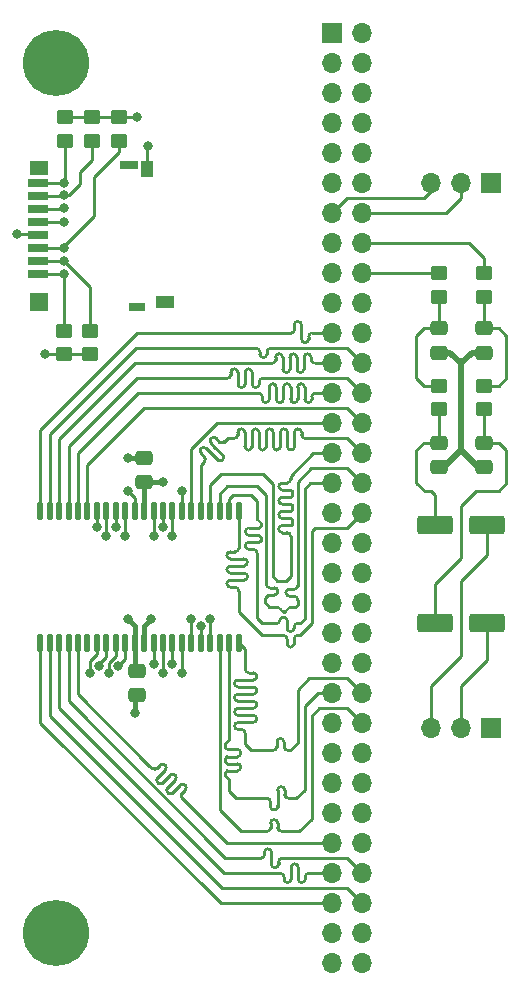
<source format=gbr>
%TF.GenerationSoftware,KiCad,Pcbnew,6.0.7*%
%TF.CreationDate,2022-09-07T07:32:47+02:00*%
%TF.ProjectId,srambrd,7372616d-6272-4642-9e6b-696361645f70,rev?*%
%TF.SameCoordinates,Original*%
%TF.FileFunction,Copper,L1,Top*%
%TF.FilePolarity,Positive*%
%FSLAX46Y46*%
G04 Gerber Fmt 4.6, Leading zero omitted, Abs format (unit mm)*
G04 Created by KiCad (PCBNEW 6.0.7) date 2022-09-07 07:32:47*
%MOMM*%
%LPD*%
G01*
G04 APERTURE LIST*
G04 Aperture macros list*
%AMRoundRect*
0 Rectangle with rounded corners*
0 $1 Rounding radius*
0 $2 $3 $4 $5 $6 $7 $8 $9 X,Y pos of 4 corners*
0 Add a 4 corners polygon primitive as box body*
4,1,4,$2,$3,$4,$5,$6,$7,$8,$9,$2,$3,0*
0 Add four circle primitives for the rounded corners*
1,1,$1+$1,$2,$3*
1,1,$1+$1,$4,$5*
1,1,$1+$1,$6,$7*
1,1,$1+$1,$8,$9*
0 Add four rect primitives between the rounded corners*
20,1,$1+$1,$2,$3,$4,$5,0*
20,1,$1+$1,$4,$5,$6,$7,0*
20,1,$1+$1,$6,$7,$8,$9,0*
20,1,$1+$1,$8,$9,$2,$3,0*%
G04 Aperture macros list end*
%TA.AperFunction,SMDPad,CuDef*%
%ADD10RoundRect,0.250000X-0.450000X0.350000X-0.450000X-0.350000X0.450000X-0.350000X0.450000X0.350000X0*%
%TD*%
%TA.AperFunction,SMDPad,CuDef*%
%ADD11RoundRect,0.250000X-1.250000X-0.550000X1.250000X-0.550000X1.250000X0.550000X-1.250000X0.550000X0*%
%TD*%
%TA.AperFunction,ComponentPad*%
%ADD12R,1.700000X1.700000*%
%TD*%
%TA.AperFunction,ComponentPad*%
%ADD13O,1.700000X1.700000*%
%TD*%
%TA.AperFunction,SMDPad,CuDef*%
%ADD14RoundRect,0.250000X0.475000X-0.337500X0.475000X0.337500X-0.475000X0.337500X-0.475000X-0.337500X0*%
%TD*%
%TA.AperFunction,ComponentPad*%
%ADD15C,5.600000*%
%TD*%
%TA.AperFunction,SMDPad,CuDef*%
%ADD16RoundRect,0.250000X0.450000X-0.350000X0.450000X0.350000X-0.450000X0.350000X-0.450000X-0.350000X0*%
%TD*%
%TA.AperFunction,SMDPad,CuDef*%
%ADD17RoundRect,0.137500X-0.137500X0.625000X-0.137500X-0.625000X0.137500X-0.625000X0.137500X0.625000X0*%
%TD*%
%TA.AperFunction,SMDPad,CuDef*%
%ADD18RoundRect,0.250000X-0.475000X0.337500X-0.475000X-0.337500X0.475000X-0.337500X0.475000X0.337500X0*%
%TD*%
%TA.AperFunction,SMDPad,CuDef*%
%ADD19R,1.750000X0.700000*%
%TD*%
%TA.AperFunction,SMDPad,CuDef*%
%ADD20R,1.000000X1.450000*%
%TD*%
%TA.AperFunction,SMDPad,CuDef*%
%ADD21R,1.550000X1.000000*%
%TD*%
%TA.AperFunction,SMDPad,CuDef*%
%ADD22R,1.400000X0.800000*%
%TD*%
%TA.AperFunction,SMDPad,CuDef*%
%ADD23R,1.500000X1.300000*%
%TD*%
%TA.AperFunction,SMDPad,CuDef*%
%ADD24R,1.500000X0.800000*%
%TD*%
%TA.AperFunction,SMDPad,CuDef*%
%ADD25R,1.500000X1.500000*%
%TD*%
%TA.AperFunction,ViaPad*%
%ADD26C,0.800000*%
%TD*%
%TA.AperFunction,Conductor*%
%ADD27C,0.250000*%
%TD*%
%TA.AperFunction,Conductor*%
%ADD28C,0.400000*%
%TD*%
%TA.AperFunction,Conductor*%
%ADD29C,0.500000*%
%TD*%
G04 APERTURE END LIST*
D10*
%TO.P,R5,1*%
%TO.N,3v3*%
X108712000Y-69358000D03*
%TO.P,R5,2*%
%TO.N,SD_DAT1*%
X108712000Y-71358000D03*
%TD*%
D11*
%TO.P,C7,1*%
%TO.N,Net-(C5-Pad1)*%
X140040000Y-112123269D03*
%TO.P,C7,2*%
%TO.N,AUDIO_L*%
X144440000Y-112123269D03*
%TD*%
D10*
%TO.P,R4,1*%
%TO.N,3v3*%
X110998000Y-69358000D03*
%TO.P,R4,2*%
%TO.N,SD_DAT0*%
X110998000Y-71358000D03*
%TD*%
D12*
%TO.P,J3,1,Pin_1*%
%TO.N,GND*%
X144780000Y-74930000D03*
D13*
%TO.P,J3,2,Pin_2*%
%TO.N,RX*%
X142240000Y-74930000D03*
%TO.P,J3,3,Pin_3*%
%TO.N,TX*%
X139700000Y-74930000D03*
%TD*%
D14*
%TO.P,C4,1*%
%TO.N,Net-(C3-Pad2)*%
X140335000Y-89263269D03*
%TO.P,C4,2*%
%TO.N,Net-(C4-Pad2)*%
X140335000Y-87188269D03*
%TD*%
D15*
%TO.P,H1,1*%
%TO.N,N/C*%
X107950000Y-64770000D03*
%TD*%
D10*
%TO.P,R6,1*%
%TO.N,PWM_L*%
X144145000Y-82548269D03*
%TO.P,R6,2*%
%TO.N,Net-(C3-Pad1)*%
X144145000Y-84548269D03*
%TD*%
D12*
%TO.P,J4,1,Pin_1*%
%TO.N,GND*%
X144780000Y-121013269D03*
D13*
%TO.P,J4,2,Pin_2*%
%TO.N,AUDIO_L*%
X142240000Y-121013269D03*
%TO.P,J4,3,Pin_3*%
%TO.N,AUDIO_R*%
X139700000Y-121013269D03*
%TD*%
D10*
%TO.P,R9,1*%
%TO.N,Net-(C4-Pad2)*%
X140335000Y-92073269D03*
%TO.P,R9,2*%
%TO.N,Net-(C6-Pad2)*%
X140335000Y-94073269D03*
%TD*%
D16*
%TO.P,R1,1*%
%TO.N,3v3*%
X108600000Y-89400000D03*
%TO.P,R1,2*%
%TO.N,SD_DAT2*%
X108600000Y-87400000D03*
%TD*%
D14*
%TO.P,C2,1*%
%TO.N,3v3*%
X115400000Y-100237500D03*
%TO.P,C2,2*%
%TO.N,GND*%
X115400000Y-98162500D03*
%TD*%
D17*
%TO.P,U1,1,A0*%
%TO.N,A0*%
X123400000Y-102662500D03*
%TO.P,U1,2,A1*%
%TO.N,A1*%
X122600000Y-102662500D03*
%TO.P,U1,3,A2*%
%TO.N,A2*%
X121800000Y-102662500D03*
%TO.P,U1,4,A3*%
%TO.N,A3*%
X121000000Y-102662500D03*
%TO.P,U1,5,A4*%
%TO.N,A4*%
X120200000Y-102662500D03*
%TO.P,U1,6,~CE~*%
%TO.N,CE_N*%
X119400000Y-102662500D03*
%TO.P,U1,7,I/O0*%
%TO.N,D0*%
X118600000Y-102662500D03*
%TO.P,U1,8,I/O1*%
%TO.N,D1*%
X117800000Y-102662500D03*
%TO.P,U1,9,I/O2*%
%TO.N,D2*%
X117000000Y-102662500D03*
%TO.P,U1,10,I/O3*%
%TO.N,D3*%
X116200000Y-102662500D03*
%TO.P,U1,11,VDD*%
%TO.N,3v3*%
X115400000Y-102662500D03*
%TO.P,U1,12,GND*%
%TO.N,GND*%
X114600000Y-102662500D03*
%TO.P,U1,13,I/O4*%
%TO.N,D4*%
X113800000Y-102662500D03*
%TO.P,U1,14,I/O5*%
%TO.N,D5*%
X113000000Y-102662500D03*
%TO.P,U1,15,I/O6*%
%TO.N,D6*%
X112200000Y-102662500D03*
%TO.P,U1,16,I/O7*%
%TO.N,D7*%
X111400000Y-102662500D03*
%TO.P,U1,17,~WE~*%
%TO.N,WE_N*%
X110600000Y-102662500D03*
%TO.P,U1,18,A5*%
%TO.N,A5*%
X109800000Y-102662500D03*
%TO.P,U1,19,A6*%
%TO.N,A6*%
X109000000Y-102662500D03*
%TO.P,U1,20,A7*%
%TO.N,A7*%
X108200000Y-102662500D03*
%TO.P,U1,21,A8*%
%TO.N,A8*%
X107400000Y-102662500D03*
%TO.P,U1,22,A9*%
%TO.N,A9*%
X106600000Y-102662500D03*
%TO.P,U1,23,A10*%
%TO.N,A10*%
X106600000Y-113837500D03*
%TO.P,U1,24,A11*%
%TO.N,A11*%
X107400000Y-113837500D03*
%TO.P,U1,25,A12*%
%TO.N,A12*%
X108200000Y-113837500D03*
%TO.P,U1,26,A13*%
%TO.N,A13*%
X109000000Y-113837500D03*
%TO.P,U1,27,A14*%
%TO.N,A14*%
X109800000Y-113837500D03*
%TO.P,U1,28*%
%TO.N,N/C*%
X110600000Y-113837500D03*
%TO.P,U1,29,I/O8*%
%TO.N,D8*%
X111400000Y-113837500D03*
%TO.P,U1,30,I/O9*%
%TO.N,D9*%
X112200000Y-113837500D03*
%TO.P,U1,31,I/O10*%
%TO.N,D10*%
X113000000Y-113837500D03*
%TO.P,U1,32,I/O11*%
%TO.N,D11*%
X113800000Y-113837500D03*
%TO.P,U1,33,VDD*%
%TO.N,3v3*%
X114600000Y-113837500D03*
%TO.P,U1,34,GND*%
%TO.N,GND*%
X115400000Y-113837500D03*
%TO.P,U1,35,I/O12*%
%TO.N,D12*%
X116200000Y-113837500D03*
%TO.P,U1,36,I/O13*%
%TO.N,D13*%
X117000000Y-113837500D03*
%TO.P,U1,37,I/O14*%
%TO.N,D14*%
X117800000Y-113837500D03*
%TO.P,U1,38,I/O15*%
%TO.N,D15*%
X118600000Y-113837500D03*
%TO.P,U1,39,~LB~*%
%TO.N,LB_N*%
X119400000Y-113837500D03*
%TO.P,U1,40,~UB~*%
%TO.N,UB_N*%
X120200000Y-113837500D03*
%TO.P,U1,41,~OE~*%
%TO.N,OE_N*%
X121000000Y-113837500D03*
%TO.P,U1,42,A15*%
%TO.N,A15*%
X121800000Y-113837500D03*
%TO.P,U1,43,A16*%
%TO.N,A16*%
X122600000Y-113837500D03*
%TO.P,U1,44,A17*%
%TO.N,A17*%
X123400000Y-113837500D03*
%TD*%
D10*
%TO.P,R3,1*%
%TO.N,3v3*%
X113284000Y-69358000D03*
%TO.P,R3,2*%
%TO.N,SD_CMD*%
X113284000Y-71358000D03*
%TD*%
D18*
%TO.P,C1,1*%
%TO.N,3v3*%
X114800000Y-116183500D03*
%TO.P,C1,2*%
%TO.N,GND*%
X114800000Y-118258500D03*
%TD*%
D11*
%TO.P,C8,1*%
%TO.N,Net-(C6-Pad2)*%
X140040000Y-103868269D03*
%TO.P,C8,2*%
%TO.N,AUDIO_R*%
X144440000Y-103868269D03*
%TD*%
D14*
%TO.P,C6,1*%
%TO.N,Net-(C3-Pad2)*%
X140335000Y-98958269D03*
%TO.P,C6,2*%
%TO.N,Net-(C6-Pad2)*%
X140335000Y-96883269D03*
%TD*%
D18*
%TO.P,C5,1*%
%TO.N,Net-(C5-Pad1)*%
X144145000Y-96883269D03*
%TO.P,C5,2*%
%TO.N,Net-(C3-Pad2)*%
X144145000Y-98958269D03*
%TD*%
D10*
%TO.P,R7,1*%
%TO.N,PWM_R*%
X140335000Y-82548269D03*
%TO.P,R7,2*%
%TO.N,Net-(C4-Pad2)*%
X140335000Y-84548269D03*
%TD*%
D15*
%TO.P,H2,1*%
%TO.N,N/C*%
X107950000Y-138430000D03*
%TD*%
D18*
%TO.P,C3,1*%
%TO.N,Net-(C3-Pad1)*%
X144145000Y-87188269D03*
%TO.P,C3,2*%
%TO.N,Net-(C3-Pad2)*%
X144145000Y-89263269D03*
%TD*%
D10*
%TO.P,R8,1*%
%TO.N,Net-(C3-Pad1)*%
X144145000Y-92073269D03*
%TO.P,R8,2*%
%TO.N,Net-(C5-Pad1)*%
X144145000Y-94073269D03*
%TD*%
D16*
%TO.P,R2,1*%
%TO.N,3v3*%
X110800000Y-89400000D03*
%TO.P,R2,2*%
%TO.N,SD_DAT3*%
X110800000Y-87400000D03*
%TD*%
D19*
%TO.P,J2,1,DAT2*%
%TO.N,SD_DAT2*%
X106410000Y-82575000D03*
%TO.P,J2,2,DAT3/CD*%
%TO.N,SD_DAT3*%
X106410000Y-81475000D03*
%TO.P,J2,3,CMD*%
%TO.N,SD_CMD*%
X106410000Y-80375000D03*
%TO.P,J2,4,VDD*%
%TO.N,3v3*%
X106410000Y-79275000D03*
%TO.P,J2,5,CLK*%
%TO.N,SD_CLK*%
X106410000Y-78175000D03*
%TO.P,J2,6,VSS*%
%TO.N,GND*%
X106410000Y-77075000D03*
%TO.P,J2,7,DAT0*%
%TO.N,SD_DAT0*%
X106410000Y-75975000D03*
%TO.P,J2,8,DAT1*%
%TO.N,SD_DAT1*%
X106410000Y-74875000D03*
D20*
%TO.P,J2,9,SHIELD*%
%TO.N,GND*%
X115635000Y-73750000D03*
D21*
%TO.P,J2,10*%
%TO.N,N/C*%
X117210000Y-84975000D03*
D22*
%TO.P,J2,11*%
X114785000Y-85375000D03*
D23*
X106535000Y-73675000D03*
D24*
X114135000Y-73425000D03*
D25*
X106535000Y-85025000D03*
%TD*%
D12*
%TO.P,J1,1,Pin_1*%
%TO.N,GND*%
X131298000Y-62225000D03*
D13*
%TO.P,J1,2,Pin_2*%
X133838000Y-62225000D03*
%TO.P,J1,3,Pin_3*%
%TO.N,3v3*%
X131298000Y-64765000D03*
%TO.P,J1,4,Pin_4*%
X133838000Y-64765000D03*
%TO.P,J1,5,Pin_5*%
%TO.N,GND*%
X131298000Y-67305000D03*
%TO.P,J1,6,Pin_6*%
X133838000Y-67305000D03*
%TO.P,J1,7,Pin_7*%
%TO.N,SD_DAT1*%
X131298000Y-69845000D03*
%TO.P,J1,8,Pin_8*%
%TO.N,SD_DAT0*%
X133838000Y-69845000D03*
%TO.P,J1,9,Pin_9*%
%TO.N,SD_CLK*%
X131298000Y-72385000D03*
%TO.P,J1,10,Pin_10*%
%TO.N,SD_CMD*%
X133838000Y-72385000D03*
%TO.P,J1,11,Pin_11*%
%TO.N,SD_DAT3*%
X131298000Y-74925000D03*
%TO.P,J1,12,Pin_12*%
%TO.N,SD_DAT2*%
X133838000Y-74925000D03*
%TO.P,J1,13,Pin_13*%
%TO.N,TX*%
X131298000Y-77465000D03*
%TO.P,J1,14,Pin_14*%
%TO.N,RX*%
X133838000Y-77465000D03*
%TO.P,J1,15,Pin_15*%
%TO.N,unconnected-(J1-Pad15)*%
X131298000Y-80005000D03*
%TO.P,J1,16,Pin_16*%
%TO.N,PWM_L*%
X133838000Y-80005000D03*
%TO.P,J1,17,Pin_17*%
%TO.N,unconnected-(J1-Pad17)*%
X131298000Y-82545000D03*
%TO.P,J1,18,Pin_18*%
%TO.N,PWM_R*%
X133838000Y-82545000D03*
%TO.P,J1,19,Pin_19*%
%TO.N,unconnected-(J1-Pad19)*%
X131298000Y-85085000D03*
%TO.P,J1,20,Pin_20*%
%TO.N,unconnected-(J1-Pad20)*%
X133838000Y-85085000D03*
%TO.P,J1,21,Pin_21*%
%TO.N,A9*%
X131298000Y-87625000D03*
%TO.P,J1,22,Pin_22*%
%TO.N,unconnected-(J1-Pad22)*%
X133838000Y-87625000D03*
%TO.P,J1,23,Pin_23*%
%TO.N,A7*%
X131298000Y-90165000D03*
%TO.P,J1,24,Pin_24*%
%TO.N,A8*%
X133838000Y-90165000D03*
%TO.P,J1,25,Pin_25*%
%TO.N,A5*%
X131298000Y-92705000D03*
%TO.P,J1,26,Pin_26*%
%TO.N,A6*%
X133838000Y-92705000D03*
%TO.P,J1,27,Pin_27*%
%TO.N,CE_N*%
X131298000Y-95245000D03*
%TO.P,J1,28,Pin_28*%
%TO.N,WE_N*%
X133838000Y-95245000D03*
%TO.P,J1,29,Pin_29*%
%TO.N,A3*%
X131298000Y-97785000D03*
%TO.P,J1,30,Pin_30*%
%TO.N,A4*%
X133838000Y-97785000D03*
%TO.P,J1,31,Pin_31*%
%TO.N,A1*%
X131298000Y-100325000D03*
%TO.P,J1,32,Pin_32*%
%TO.N,A2*%
X133838000Y-100325000D03*
%TO.P,J1,33,Pin_33*%
%TO.N,D0*%
X131298000Y-102865000D03*
%TO.P,J1,34,Pin_34*%
%TO.N,A0*%
X133838000Y-102865000D03*
%TO.P,J1,35,Pin_35*%
%TO.N,D2*%
X131298000Y-105405000D03*
%TO.P,J1,36,Pin_36*%
%TO.N,D1*%
X133838000Y-105405000D03*
%TO.P,J1,37,Pin_37*%
%TO.N,D4*%
X131298000Y-107945000D03*
%TO.P,J1,38,Pin_38*%
%TO.N,D3*%
X133838000Y-107945000D03*
%TO.P,J1,39,Pin_39*%
%TO.N,D6*%
X131298000Y-110485000D03*
%TO.P,J1,40,Pin_40*%
%TO.N,D5*%
X133838000Y-110485000D03*
%TO.P,J1,41,Pin_41*%
%TO.N,LB_N*%
X131298000Y-113025000D03*
%TO.P,J1,42,Pin_42*%
%TO.N,D7*%
X133838000Y-113025000D03*
%TO.P,J1,43,Pin_43*%
%TO.N,OE_N*%
X131298000Y-115565000D03*
%TO.P,J1,44,Pin_44*%
%TO.N,UB_N*%
X133838000Y-115565000D03*
%TO.P,J1,45,Pin_45*%
%TO.N,A16*%
X131298000Y-118105000D03*
%TO.P,J1,46,Pin_46*%
%TO.N,A17*%
X133838000Y-118105000D03*
%TO.P,J1,47,Pin_47*%
%TO.N,D15*%
X131298000Y-120645000D03*
%TO.P,J1,48,Pin_48*%
%TO.N,A15*%
X133838000Y-120645000D03*
%TO.P,J1,49,Pin_49*%
%TO.N,D13*%
X131298000Y-123185000D03*
%TO.P,J1,50,Pin_50*%
%TO.N,D14*%
X133838000Y-123185000D03*
%TO.P,J1,51,Pin_51*%
%TO.N,D11*%
X131298000Y-125725000D03*
%TO.P,J1,52,Pin_52*%
%TO.N,D12*%
X133838000Y-125725000D03*
%TO.P,J1,53,Pin_53*%
%TO.N,D9*%
X131298000Y-128265000D03*
%TO.P,J1,54,Pin_54*%
%TO.N,D10*%
X133838000Y-128265000D03*
%TO.P,J1,55,Pin_55*%
%TO.N,A14*%
X131298000Y-130805000D03*
%TO.P,J1,56,Pin_56*%
%TO.N,D8*%
X133838000Y-130805000D03*
%TO.P,J1,57,Pin_57*%
%TO.N,A12*%
X131298000Y-133345000D03*
%TO.P,J1,58,Pin_58*%
%TO.N,A13*%
X133838000Y-133345000D03*
%TO.P,J1,59,Pin_59*%
%TO.N,A10*%
X131298000Y-135885000D03*
%TO.P,J1,60,Pin_60*%
%TO.N,A11*%
X133838000Y-135885000D03*
%TO.P,J1,61,Pin_61*%
%TO.N,GND*%
X131298000Y-138425000D03*
%TO.P,J1,62,Pin_62*%
X133838000Y-138425000D03*
%TO.P,J1,63,Pin_63*%
%TO.N,unconnected-(J1-Pad63)*%
X131298000Y-140965000D03*
%TO.P,J1,64,Pin_64*%
%TO.N,unconnected-(J1-Pad64)*%
X133838000Y-140965000D03*
%TD*%
D26*
%TO.N,GND*%
X114000000Y-101000000D03*
X115697000Y-71800000D03*
X114600000Y-119800000D03*
X108600000Y-77000000D03*
X114000000Y-98171000D03*
X116000000Y-111800000D03*
%TO.N,3v3*%
X114000000Y-111800000D03*
X117000000Y-100200000D03*
X107000000Y-89400000D03*
X104648000Y-79248000D03*
X114800000Y-69342000D03*
%TO.N,D0*%
X118600000Y-101000000D03*
%TO.N,D1*%
X117800000Y-104800000D03*
%TO.N,D2*%
X117000000Y-104000000D03*
%TO.N,D3*%
X116200000Y-104800000D03*
%TO.N,D4*%
X113800000Y-104800000D03*
%TO.N,D5*%
X113000000Y-104000000D03*
%TO.N,D6*%
X112200000Y-104800000D03*
%TO.N,D7*%
X111400000Y-104000000D03*
%TO.N,D8*%
X110800000Y-116400000D03*
%TO.N,D9*%
X111600000Y-115800000D03*
%TO.N,D10*%
X112400000Y-116400000D03*
%TO.N,D11*%
X113200000Y-115800000D03*
%TO.N,D12*%
X116200000Y-115600000D03*
%TO.N,D13*%
X117000000Y-116400000D03*
%TO.N,D14*%
X117800000Y-115600000D03*
%TO.N,D15*%
X118600000Y-116400000D03*
%TO.N,OE_N*%
X121000000Y-111800000D03*
%TO.N,UB_N*%
X120200000Y-112400000D03*
%TO.N,LB_N*%
X119400000Y-111800000D03*
%TO.N,SD_DAT3*%
X108600000Y-81475000D03*
%TO.N,SD_CMD*%
X108600000Y-80400000D03*
%TO.N,SD_CLK*%
X108600000Y-78200000D03*
%TO.N,SD_DAT0*%
X108600000Y-75946000D03*
%TO.N,SD_DAT1*%
X108600000Y-74930000D03*
%TO.N,SD_DAT2*%
X108600000Y-82600000D03*
%TD*%
D27*
%TO.N,A2*%
X128400000Y-109000000D02*
X128400000Y-100200000D01*
X121800000Y-101212000D02*
X122428000Y-100584000D01*
X127700000Y-109300000D02*
X128100000Y-109300000D01*
X128100000Y-109900000D02*
X127700000Y-109900000D01*
X127750000Y-110800000D02*
X128200000Y-110800000D01*
X128400000Y-110600000D02*
X128400000Y-110200000D01*
X127150000Y-111200000D02*
X127350000Y-111200000D01*
X125619508Y-110080492D02*
X125619508Y-110419508D01*
X126430000Y-109780000D02*
X125920000Y-109780000D01*
X124968000Y-100584000D02*
X125730000Y-101346000D01*
X122428000Y-100584000D02*
X124968000Y-100584000D01*
X126030000Y-109180000D02*
X126430000Y-109180000D01*
X126430000Y-109780000D02*
G75*
G03*
X126730000Y-109480000I0J300000D01*
G01*
X125730000Y-101346000D02*
X125730000Y-108880000D01*
X128200000Y-110800000D02*
X128400000Y-110600000D01*
X128400000Y-109000000D02*
G75*
G02*
X128100000Y-109300000I-300000J0D01*
G01*
X126730000Y-109480000D02*
G75*
G03*
X126430000Y-109180000I-300000J0D01*
G01*
X127750000Y-110800000D02*
G75*
G03*
X127550000Y-111000000I0J-200000D01*
G01*
X127550000Y-111000000D02*
G75*
G02*
X127350000Y-111200000I-200000J0D01*
G01*
X127150000Y-111200000D02*
G75*
G02*
X126950000Y-111000000I0J200000D01*
G01*
X126000000Y-110800000D02*
X126750000Y-110800000D01*
X125920000Y-109780000D02*
X125619508Y-110080492D01*
X126950000Y-111000000D02*
G75*
G03*
X126750000Y-110800000I-200000J0D01*
G01*
X128100000Y-109900000D02*
G75*
G02*
X128400000Y-110200000I0J-300000D01*
G01*
X127400000Y-109600000D02*
G75*
G03*
X127700000Y-109900000I300000J0D01*
G01*
X125619508Y-110419508D02*
X126000000Y-110800000D01*
X127700000Y-109300000D02*
G75*
G03*
X127400000Y-109600000I0J-300000D01*
G01*
X126030000Y-109180000D02*
G75*
G02*
X125730000Y-108880000I0J300000D01*
G01*
X121800000Y-102662500D02*
X121800000Y-101212000D01*
X128400000Y-100200000D02*
X129540000Y-99060000D01*
X129540000Y-99060000D02*
X132573000Y-99060000D01*
X132573000Y-99060000D02*
X133838000Y-100325000D01*
%TO.N,A3*%
X127875000Y-103900000D02*
X127100000Y-103900000D01*
X127875000Y-103900000D02*
G75*
G03*
X127950000Y-103825000I0J75000D01*
G01*
X127875000Y-102700000D02*
X127100000Y-102700000D01*
X127100000Y-103300000D02*
X127875000Y-103300000D01*
X121000000Y-100488000D02*
X121000000Y-102662500D01*
X127950000Y-102175000D02*
X127950000Y-102625000D01*
X127800000Y-108200000D02*
X127400000Y-108600000D01*
X127100000Y-102100000D02*
X127875000Y-102100000D01*
X127875000Y-101500000D02*
X127100000Y-101500000D01*
X127500000Y-100300000D02*
X127100000Y-100300000D01*
X127800000Y-99685000D02*
X127800000Y-100000000D01*
X127950000Y-103375000D02*
X127950000Y-103825000D01*
X127100000Y-100900000D02*
X127875000Y-100900000D01*
X129700000Y-97785000D02*
X127800000Y-99685000D01*
X131298000Y-97785000D02*
X129700000Y-97785000D01*
X127100000Y-104500000D02*
G75*
G02*
X126800000Y-104200000I0J300000D01*
G01*
X127100000Y-102100000D02*
G75*
G02*
X126800000Y-101800000I0J300000D01*
G01*
X127875000Y-102700000D02*
G75*
G03*
X127950000Y-102625000I0J75000D01*
G01*
X127950000Y-100975000D02*
X127950000Y-101425000D01*
X127800000Y-104800000D02*
G75*
G03*
X127500000Y-104500000I-300000J0D01*
G01*
X127950000Y-100975000D02*
G75*
G03*
X127875000Y-100900000I-75000J0D01*
G01*
X127500000Y-100300000D02*
G75*
G03*
X127800000Y-100000000I0J300000D01*
G01*
X127875000Y-101500000D02*
G75*
G03*
X127950000Y-101425000I0J75000D01*
G01*
X127950000Y-102175000D02*
G75*
G03*
X127875000Y-102100000I-75000J0D01*
G01*
X126800000Y-103000000D02*
G75*
G02*
X127100000Y-102700000I300000J0D01*
G01*
X126300000Y-100392000D02*
X125476000Y-99568000D01*
X121920000Y-99568000D02*
X121000000Y-100488000D01*
X126800000Y-100600000D02*
G75*
G02*
X127100000Y-100300000I300000J0D01*
G01*
X127100000Y-100900000D02*
G75*
G02*
X126800000Y-100600000I0J300000D01*
G01*
X127100000Y-103300000D02*
G75*
G02*
X126800000Y-103000000I0J300000D01*
G01*
X126800000Y-104200000D02*
G75*
G02*
X127100000Y-103900000I300000J0D01*
G01*
X126800000Y-101800000D02*
G75*
G02*
X127100000Y-101500000I300000J0D01*
G01*
X127950000Y-103375000D02*
G75*
G03*
X127875000Y-103300000I-75000J0D01*
G01*
X127100000Y-104500000D02*
X127500000Y-104500000D01*
X127800000Y-104800000D02*
X127800000Y-108200000D01*
X127400000Y-108600000D02*
X126692000Y-108600000D01*
X126692000Y-108600000D02*
X126300000Y-108208000D01*
X126300000Y-108208000D02*
X126300000Y-100392000D01*
X125476000Y-99568000D02*
X121920000Y-99568000D01*
%TO.N,GND*%
X114800000Y-118258500D02*
X114600000Y-118458500D01*
X108600000Y-77000000D02*
X108525000Y-77075000D01*
D28*
X115400000Y-113837500D02*
X115400000Y-112400000D01*
D27*
X114600000Y-102662500D02*
X114600000Y-101600000D01*
D28*
X114600000Y-118458500D02*
X114600000Y-119800000D01*
D27*
X108525000Y-77075000D02*
X106410000Y-77075000D01*
X115697000Y-71800000D02*
X115635000Y-71862000D01*
X115391500Y-98171000D02*
X115400000Y-98162500D01*
D28*
X114000000Y-98171000D02*
X115391500Y-98171000D01*
X115400000Y-112400000D02*
X116000000Y-111800000D01*
D27*
X115635000Y-71862000D02*
X115635000Y-73750000D01*
X114600000Y-101600000D02*
X114000000Y-101000000D01*
%TO.N,3v3*%
X108600000Y-89400000D02*
X110800000Y-89400000D01*
X113284000Y-69358000D02*
X110998000Y-69358000D01*
X114800000Y-116183500D02*
X114600000Y-115983500D01*
X113300000Y-69342000D02*
X113284000Y-69358000D01*
X107000000Y-89400000D02*
X108600000Y-89400000D01*
D28*
X114600000Y-113837500D02*
X114600000Y-112400000D01*
D27*
X115437500Y-100200000D02*
X115400000Y-100237500D01*
D28*
X115400000Y-102662500D02*
X115400000Y-100237500D01*
D27*
X110998000Y-69358000D02*
X108712000Y-69358000D01*
X106410000Y-79275000D02*
X106383000Y-79248000D01*
D28*
X117000000Y-100200000D02*
X115437500Y-100200000D01*
D27*
X106383000Y-79248000D02*
X104648000Y-79248000D01*
D28*
X114600000Y-112400000D02*
X114000000Y-111800000D01*
D27*
X114800000Y-69342000D02*
X113300000Y-69342000D01*
D28*
X114600000Y-115983500D02*
X114600000Y-113837500D01*
D27*
%TO.N,A0*%
X128100000Y-113500000D02*
X128100000Y-113900000D01*
X122700000Y-107330000D02*
X123850000Y-107330000D01*
X129600000Y-104400000D02*
X129600000Y-112200000D01*
X128600000Y-113200000D02*
X128400000Y-113200000D01*
X129860000Y-104140000D02*
X129600000Y-104400000D01*
X123850000Y-107930000D02*
X122700000Y-107930000D01*
X129600000Y-112200000D02*
X128600000Y-113200000D01*
X133838000Y-102865000D02*
X132563000Y-104140000D01*
X132563000Y-104140000D02*
X129860000Y-104140000D01*
X125392000Y-113200000D02*
X123400000Y-111208000D01*
X122700000Y-108530000D02*
X123850000Y-108530000D01*
X127500000Y-113900000D02*
X127500000Y-113500000D01*
X123100000Y-109130000D02*
X122700000Y-109130000D01*
X122700000Y-106130000D02*
X123100000Y-106130000D01*
X123400000Y-111208000D02*
X123400000Y-109430000D01*
X127200000Y-113200000D02*
X127150000Y-113200000D01*
X127150000Y-113200000D02*
X125392000Y-113200000D01*
X123850000Y-106730000D02*
X122700000Y-106730000D01*
X123400000Y-105830000D02*
X123400000Y-102662500D01*
X124150000Y-107030000D02*
G75*
G02*
X123850000Y-107330000I-300000J0D01*
G01*
X123850000Y-106730000D02*
G75*
G02*
X124150000Y-107030000I0J-300000D01*
G01*
X123400000Y-105830000D02*
G75*
G02*
X123100000Y-106130000I-300000J0D01*
G01*
X122400000Y-106430000D02*
G75*
G03*
X122700000Y-106730000I300000J0D01*
G01*
X128100000Y-113500000D02*
G75*
G02*
X128400000Y-113200000I300000J0D01*
G01*
X127800000Y-114200000D02*
G75*
G03*
X128100000Y-113900000I0J300000D01*
G01*
X123850000Y-107930000D02*
G75*
G02*
X124150000Y-108230000I0J-300000D01*
G01*
X124150000Y-108230000D02*
G75*
G02*
X123850000Y-108530000I-300000J0D01*
G01*
X122700000Y-107330000D02*
G75*
G03*
X122400000Y-107630000I0J-300000D01*
G01*
X122700000Y-106130000D02*
G75*
G03*
X122400000Y-106430000I0J-300000D01*
G01*
X127500000Y-113900000D02*
G75*
G03*
X127800000Y-114200000I300000J0D01*
G01*
X123100000Y-109130000D02*
G75*
G02*
X123400000Y-109430000I0J-300000D01*
G01*
X122400000Y-108830000D02*
G75*
G03*
X122700000Y-109130000I300000J0D01*
G01*
X122700000Y-108530000D02*
G75*
G03*
X122400000Y-108830000I0J-300000D01*
G01*
X122400000Y-107630000D02*
G75*
G03*
X122700000Y-107930000I300000J0D01*
G01*
X127200000Y-113200000D02*
G75*
G02*
X127500000Y-113500000I0J-300000D01*
G01*
%TO.N,A1*%
X124268000Y-104128000D02*
X125118000Y-104128000D01*
X122600000Y-101682000D02*
X122600000Y-102662500D01*
X129000000Y-100800000D02*
X129000000Y-111800000D01*
X129000000Y-111800000D02*
X128600000Y-112200000D01*
X125268000Y-103978000D02*
X125268000Y-103678000D01*
X124268000Y-105328000D02*
X125118000Y-105328000D01*
X127225000Y-111650000D02*
X127175000Y-111650000D01*
X124968000Y-101854000D02*
X124460000Y-101346000D01*
X129475000Y-100325000D02*
X129000000Y-100800000D01*
X125118000Y-104728000D02*
X124268000Y-104728000D01*
X124460000Y-101346000D02*
X122936000Y-101346000D01*
X128100000Y-112500000D02*
X128100000Y-112600000D01*
X125400000Y-112200000D02*
X124968000Y-111768000D01*
X124968000Y-111768000D02*
X124968000Y-106228000D01*
X124668000Y-105928000D02*
X124268000Y-105928000D01*
X131298000Y-100325000D02*
X129475000Y-100325000D01*
X124968000Y-103378000D02*
X124968000Y-101854000D01*
X127500000Y-112500000D02*
X127500000Y-111925000D01*
X127500000Y-112600000D02*
X127500000Y-112500000D01*
X125268000Y-105178000D02*
X125268000Y-104878000D01*
X128600000Y-112200000D02*
X128400000Y-112200000D01*
X126625000Y-112200000D02*
X126420893Y-112200000D01*
X126420893Y-112200000D02*
X125400000Y-112200000D01*
X122936000Y-101346000D02*
X122600000Y-101682000D01*
X127500000Y-112600000D02*
G75*
G03*
X127800000Y-112900000I300000J0D01*
G01*
X125268000Y-103978000D02*
G75*
G02*
X125118000Y-104128000I-150000J0D01*
G01*
X126625000Y-112200000D02*
G75*
G03*
X126900000Y-111925000I0J275000D01*
G01*
X125118000Y-104728000D02*
G75*
G02*
X125268000Y-104878000I0J-150000D01*
G01*
X127225000Y-111650000D02*
G75*
G02*
X127500000Y-111925000I0J-275000D01*
G01*
X123968000Y-104428000D02*
G75*
G03*
X124268000Y-104728000I300000J0D01*
G01*
X125268000Y-105178000D02*
G75*
G02*
X125118000Y-105328000I-150000J0D01*
G01*
X124268000Y-104128000D02*
G75*
G03*
X123968000Y-104428000I0J-300000D01*
G01*
X124268000Y-105328000D02*
G75*
G03*
X123968000Y-105628000I0J-300000D01*
G01*
X123968000Y-105628000D02*
G75*
G03*
X124268000Y-105928000I300000J0D01*
G01*
X125118000Y-103528000D02*
G75*
G02*
X125268000Y-103678000I0J-150000D01*
G01*
X128100000Y-112500000D02*
G75*
G02*
X128400000Y-112200000I300000J0D01*
G01*
X124668000Y-105928000D02*
G75*
G02*
X124968000Y-106228000I0J-300000D01*
G01*
X124968000Y-103378000D02*
G75*
G03*
X125118000Y-103528000I150000J0D01*
G01*
X126900000Y-111925000D02*
G75*
G02*
X127175000Y-111650000I275000J0D01*
G01*
X127800000Y-112900000D02*
G75*
G03*
X128100000Y-112600000I0J300000D01*
G01*
%TO.N,A4*%
X126932000Y-96020000D02*
X126932000Y-97220000D01*
X121775734Y-96800000D02*
X121775735Y-96800000D01*
X121068628Y-96941421D02*
X121351470Y-97224263D01*
X126332000Y-97220000D02*
X126332000Y-96020000D01*
X121139340Y-97860662D02*
X120644364Y-97365686D01*
X127532000Y-97220000D02*
X127532000Y-96020000D01*
X125132000Y-97220000D02*
X125132000Y-96020000D01*
X121634314Y-98355636D02*
X121139340Y-97860662D01*
X132573000Y-96520000D02*
X129032000Y-96520000D01*
X120200000Y-98800000D02*
X120200000Y-102662500D01*
X125732000Y-96020000D02*
X125732000Y-97220000D01*
X121775735Y-96800000D02*
X121492892Y-96517157D01*
X123032000Y-96520000D02*
X122480000Y-96520000D01*
X121351470Y-97224263D02*
X122058578Y-97931372D01*
X120502942Y-98497056D02*
X120221285Y-98778715D01*
X123332000Y-96020000D02*
X123332000Y-96220000D01*
X128132000Y-96020000D02*
X128132000Y-97220000D01*
X128732000Y-96220000D02*
X128732000Y-96020000D01*
X120220100Y-97789950D02*
X120502942Y-98072792D01*
X123932000Y-97220000D02*
X123932000Y-96020000D01*
X122480000Y-96520000D02*
X122200000Y-96800000D01*
X120221285Y-98778715D02*
X120200000Y-98800000D01*
X124532000Y-96020000D02*
X124532000Y-97220000D01*
X133838000Y-97785000D02*
X132573000Y-96520000D01*
X125132000Y-97220000D02*
G75*
G03*
X125432000Y-97520000I300000J0D01*
G01*
X126032000Y-95720000D02*
G75*
G02*
X126332000Y-96020000I0J-300000D01*
G01*
X126632000Y-97520000D02*
G75*
G03*
X126932000Y-97220000I0J300000D01*
G01*
X121634315Y-98355635D02*
G75*
G03*
X122058577Y-98355635I212131J212131D01*
G01*
X127832000Y-97520000D02*
G75*
G03*
X128132000Y-97220000I0J300000D01*
G01*
X121068617Y-96941432D02*
G75*
G02*
X121068628Y-96517157I212183J212132D01*
G01*
X123932000Y-97220000D02*
G75*
G03*
X124232000Y-97520000I300000J0D01*
G01*
X125732000Y-96020000D02*
G75*
G02*
X126032000Y-95720000I300000J0D01*
G01*
X123332000Y-96020000D02*
G75*
G02*
X123632000Y-95720000I300000J0D01*
G01*
X120502918Y-98497032D02*
G75*
G03*
X120502942Y-98072792I-212118J212132D01*
G01*
X124532000Y-96020000D02*
G75*
G02*
X124832000Y-95720000I300000J0D01*
G01*
X128432000Y-95720000D02*
G75*
G02*
X128732000Y-96020000I0J-300000D01*
G01*
X125432000Y-97520000D02*
G75*
G03*
X125732000Y-97220000I0J300000D01*
G01*
X128732000Y-96220000D02*
G75*
G03*
X129032000Y-96520000I300000J0D01*
G01*
X128132000Y-96020000D02*
G75*
G02*
X128432000Y-95720000I300000J0D01*
G01*
X120220118Y-97789932D02*
G75*
G02*
X120220100Y-97365686I212082J212132D01*
G01*
X124832000Y-95720000D02*
G75*
G02*
X125132000Y-96020000I0J-300000D01*
G01*
X126332000Y-97220000D02*
G75*
G03*
X126632000Y-97520000I300000J0D01*
G01*
X127232000Y-95720000D02*
G75*
G02*
X127532000Y-96020000I0J-300000D01*
G01*
X123032000Y-96520000D02*
G75*
G03*
X123332000Y-96220000I0J300000D01*
G01*
X126932000Y-96020000D02*
G75*
G02*
X127232000Y-95720000I300000J0D01*
G01*
X121775734Y-96800000D02*
G75*
G03*
X122200000Y-96800000I212133J212134D01*
G01*
X124232000Y-97520000D02*
G75*
G03*
X124532000Y-97220000I0J300000D01*
G01*
X123632000Y-95720000D02*
G75*
G02*
X123932000Y-96020000I0J-300000D01*
G01*
X121068629Y-96517158D02*
G75*
G02*
X121492891Y-96517158I212131J-212131D01*
G01*
X120220101Y-97365687D02*
G75*
G02*
X120644363Y-97365687I212131J-212131D01*
G01*
X127532000Y-97220000D02*
G75*
G03*
X127832000Y-97520000I300000J0D01*
G01*
X122058574Y-98355632D02*
G75*
G03*
X122058578Y-97931372I-212174J212132D01*
G01*
%TO.N,A5*%
X128395000Y-92705000D02*
X128395000Y-93205000D01*
X125995000Y-92205000D02*
X125995000Y-92705000D01*
X125395000Y-93205000D02*
X125395000Y-93005000D01*
X127195000Y-92705000D02*
X127195000Y-93205000D01*
X126595000Y-93205000D02*
X126595000Y-92705000D01*
X128995000Y-93005000D02*
X128995000Y-92205000D01*
X126595000Y-92705000D02*
X126595000Y-92205000D01*
X124419400Y-92705000D02*
X114895000Y-92705000D01*
X127195000Y-92205000D02*
X127195000Y-92705000D01*
X125095000Y-92705000D02*
X124419400Y-92705000D01*
X131298000Y-92705000D02*
X129895000Y-92705000D01*
X127795000Y-92705000D02*
X127795000Y-92205000D01*
X109800000Y-97800000D02*
X109800000Y-102662500D01*
X125995000Y-92705000D02*
X125995000Y-93205000D01*
X127795000Y-93205000D02*
X127795000Y-92705000D01*
X128995000Y-93205000D02*
X128995000Y-93005000D01*
X128395000Y-92205000D02*
X128395000Y-92705000D01*
X114895000Y-92705000D02*
X109800000Y-97800000D01*
X129595000Y-93005000D02*
X129595000Y-93205000D01*
X125395000Y-93205000D02*
G75*
G03*
X125695000Y-93505000I300000J0D01*
G01*
X128695000Y-91905000D02*
G75*
G02*
X128995000Y-92205000I0J-300000D01*
G01*
X129595000Y-93005000D02*
G75*
G02*
X129895000Y-92705000I300000J0D01*
G01*
X125095000Y-92705000D02*
G75*
G02*
X125395000Y-93005000I0J-300000D01*
G01*
X126895000Y-93505000D02*
G75*
G03*
X127195000Y-93205000I0J300000D01*
G01*
X127495000Y-91905000D02*
G75*
G02*
X127795000Y-92205000I0J-300000D01*
G01*
X128395000Y-92205000D02*
G75*
G02*
X128695000Y-91905000I300000J0D01*
G01*
X128095000Y-93505000D02*
G75*
G03*
X128395000Y-93205000I0J300000D01*
G01*
X127195000Y-92205000D02*
G75*
G02*
X127495000Y-91905000I300000J0D01*
G01*
X125995000Y-92205000D02*
G75*
G02*
X126295000Y-91905000I300000J0D01*
G01*
X129295000Y-93505000D02*
G75*
G03*
X129595000Y-93205000I0J300000D01*
G01*
X128995000Y-93205000D02*
G75*
G03*
X129295000Y-93505000I300000J0D01*
G01*
X126295000Y-91905000D02*
G75*
G02*
X126595000Y-92205000I0J-300000D01*
G01*
X126595000Y-93205000D02*
G75*
G03*
X126895000Y-93505000I300000J0D01*
G01*
X125695000Y-93505000D02*
G75*
G03*
X125995000Y-93205000I0J300000D01*
G01*
X127795000Y-93205000D02*
G75*
G03*
X128095000Y-93505000I300000J0D01*
G01*
%TO.N,A6*%
X121699562Y-91440000D02*
X114760000Y-91440000D01*
X124540000Y-91940000D02*
X124540000Y-91740000D01*
X123340000Y-91440000D02*
X123340000Y-90940000D01*
X133838000Y-92705000D02*
X132573000Y-91440000D01*
X123340000Y-91940000D02*
X123340000Y-91440000D01*
X132573000Y-91440000D02*
X125440000Y-91440000D01*
X124540000Y-91740000D02*
X124540000Y-90940000D01*
X122740000Y-90940000D02*
X122740000Y-91140000D01*
X114760000Y-91440000D02*
X109000000Y-97200000D01*
X122440000Y-91440000D02*
X121699562Y-91440000D01*
X123940000Y-90940000D02*
X123940000Y-91440000D01*
X125140000Y-91740000D02*
X125140000Y-91940000D01*
X123940000Y-91440000D02*
X123940000Y-91940000D01*
X109000000Y-97200000D02*
X109000000Y-102662500D01*
X122740000Y-90940000D02*
G75*
G02*
X123040000Y-90640000I300000J0D01*
G01*
X124840000Y-92240000D02*
G75*
G03*
X125140000Y-91940000I0J300000D01*
G01*
X125140000Y-91740000D02*
G75*
G02*
X125440000Y-91440000I300000J0D01*
G01*
X123040000Y-90640000D02*
G75*
G02*
X123340000Y-90940000I0J-300000D01*
G01*
X123340000Y-91940000D02*
G75*
G03*
X123640000Y-92240000I300000J0D01*
G01*
X123640000Y-92240000D02*
G75*
G03*
X123940000Y-91940000I0J300000D01*
G01*
X124540000Y-91940000D02*
G75*
G03*
X124840000Y-92240000I300000J0D01*
G01*
X122440000Y-91440000D02*
G75*
G03*
X122740000Y-91140000I0J300000D01*
G01*
X123940000Y-90940000D02*
G75*
G02*
X124240000Y-90640000I300000J0D01*
G01*
X124240000Y-90640000D02*
G75*
G02*
X124540000Y-90940000I0J-300000D01*
G01*
%TO.N,A7*%
X128335000Y-90165000D02*
X128335000Y-89665000D01*
X125779320Y-90165000D02*
X114635000Y-90165000D01*
X114635000Y-90165000D02*
X108200000Y-96600000D01*
X128935000Y-89865000D02*
X128935000Y-90665000D01*
X128335000Y-90665000D02*
X128335000Y-90165000D01*
X129535000Y-89865000D02*
X129535000Y-89665000D01*
X127735000Y-89665000D02*
X127735000Y-90165000D01*
X108200000Y-96600000D02*
X108200000Y-102662500D01*
X127135000Y-90665000D02*
X127135000Y-90165000D01*
X126535000Y-89665000D02*
X126535000Y-89865000D01*
X131298000Y-90165000D02*
X129835000Y-90165000D01*
X128935000Y-89665000D02*
X128935000Y-89865000D01*
X127135000Y-90165000D02*
X127135000Y-89665000D01*
X126235000Y-90165000D02*
X125779320Y-90165000D01*
X127735000Y-90165000D02*
X127735000Y-90665000D01*
X126535000Y-89665000D02*
G75*
G02*
X126835000Y-89365000I300000J0D01*
G01*
X128335000Y-90665000D02*
G75*
G03*
X128635000Y-90965000I300000J0D01*
G01*
X128035000Y-89365000D02*
G75*
G02*
X128335000Y-89665000I0J-300000D01*
G01*
X128935000Y-89665000D02*
G75*
G02*
X129235000Y-89365000I300000J0D01*
G01*
X126835000Y-89365000D02*
G75*
G02*
X127135000Y-89665000I0J-300000D01*
G01*
X127135000Y-90665000D02*
G75*
G03*
X127435000Y-90965000I300000J0D01*
G01*
X128635000Y-90965000D02*
G75*
G03*
X128935000Y-90665000I0J300000D01*
G01*
X127435000Y-90965000D02*
G75*
G03*
X127735000Y-90665000I0J300000D01*
G01*
X129235000Y-89365000D02*
G75*
G02*
X129535000Y-89665000I0J-300000D01*
G01*
X129535000Y-89865000D02*
G75*
G03*
X129835000Y-90165000I300000J0D01*
G01*
X127735000Y-89665000D02*
G75*
G02*
X128035000Y-89365000I300000J0D01*
G01*
X126235000Y-90165000D02*
G75*
G03*
X126535000Y-89865000I0J300000D01*
G01*
%TO.N,A8*%
X124900000Y-88900000D02*
X124855601Y-88900000D01*
X107400000Y-96200000D02*
X107400000Y-102662500D01*
X132573000Y-88900000D02*
X126100000Y-88900000D01*
X114700000Y-88900000D02*
X107400000Y-96200000D01*
X125800000Y-89200000D02*
X125800000Y-89400000D01*
X133838000Y-90165000D02*
X132573000Y-88900000D01*
X125200000Y-89400000D02*
X125200000Y-89200000D01*
X124855601Y-88900000D02*
X114700000Y-88900000D01*
X125800000Y-89200000D02*
G75*
G02*
X126100000Y-88900000I300000J0D01*
G01*
X125200000Y-89400000D02*
G75*
G03*
X125500000Y-89700000I300000J0D01*
G01*
X124900000Y-88900000D02*
G75*
G02*
X125200000Y-89200000I0J-300000D01*
G01*
X125500000Y-89700000D02*
G75*
G03*
X125800000Y-89400000I0J300000D01*
G01*
%TO.N,A9*%
X128725000Y-87925000D02*
X128725000Y-86925000D01*
X128725000Y-88125000D02*
X128725000Y-87925000D01*
X127036603Y-87625000D02*
X114775000Y-87625000D01*
X127825000Y-87625000D02*
X127036603Y-87625000D01*
X106600000Y-95800000D02*
X106600000Y-102662500D01*
X114775000Y-87625000D02*
X106600000Y-95800000D01*
X129325000Y-87925000D02*
X129325000Y-88125000D01*
X128125000Y-86925000D02*
X128125000Y-87325000D01*
X131298000Y-87625000D02*
X129625000Y-87625000D01*
X129025000Y-88425000D02*
G75*
G03*
X129325000Y-88125000I0J300000D01*
G01*
X129325000Y-87925000D02*
G75*
G02*
X129625000Y-87625000I300000J0D01*
G01*
X128125000Y-86925000D02*
G75*
G02*
X128425000Y-86625000I300000J0D01*
G01*
X128425000Y-86625000D02*
G75*
G02*
X128725000Y-86925000I0J-300000D01*
G01*
X127825000Y-87625000D02*
G75*
G03*
X128125000Y-87325000I0J300000D01*
G01*
X128725000Y-88125000D02*
G75*
G03*
X129025000Y-88425000I300000J0D01*
G01*
%TO.N,A10*%
X106600000Y-120600000D02*
X106600000Y-113837500D01*
X131298000Y-135885000D02*
X121885000Y-135885000D01*
X121885000Y-135885000D02*
X106600000Y-120600000D01*
%TO.N,A11*%
X122020000Y-134620000D02*
X132573000Y-134620000D01*
X107400000Y-120000000D02*
X122020000Y-134620000D01*
X132573000Y-134620000D02*
X133838000Y-135885000D01*
X107400000Y-113837500D02*
X107400000Y-120000000D01*
%TO.N,A12*%
X126367819Y-133345000D02*
X122145000Y-133345000D01*
X126945000Y-133345000D02*
X126367819Y-133345000D01*
X108200000Y-119400000D02*
X108200000Y-113837500D01*
X122145000Y-133345000D02*
X108200000Y-119400000D01*
X127245000Y-133845000D02*
X127245000Y-133645000D01*
X127845000Y-133345000D02*
X127845000Y-133845000D01*
X128445000Y-133845000D02*
X128445000Y-133645000D01*
X128445000Y-133645000D02*
X128445000Y-132845000D01*
X129045000Y-133645000D02*
X129045000Y-133845000D01*
X127845000Y-132845000D02*
X127845000Y-133345000D01*
X131298000Y-133345000D02*
X129345000Y-133345000D01*
X127545000Y-134145000D02*
G75*
G03*
X127845000Y-133845000I0J300000D01*
G01*
X128745000Y-134145000D02*
G75*
G03*
X129045000Y-133845000I0J300000D01*
G01*
X127845000Y-132845000D02*
G75*
G02*
X128145000Y-132545000I300000J0D01*
G01*
X129045000Y-133645000D02*
G75*
G02*
X129345000Y-133345000I300000J0D01*
G01*
X128145000Y-132545000D02*
G75*
G02*
X128445000Y-132845000I0J-300000D01*
G01*
X128445000Y-133845000D02*
G75*
G03*
X128745000Y-134145000I300000J0D01*
G01*
X126945000Y-133345000D02*
G75*
G02*
X127245000Y-133645000I0J-300000D01*
G01*
X127245000Y-133845000D02*
G75*
G03*
X127545000Y-134145000I300000J0D01*
G01*
%TO.N,A13*%
X109000000Y-118800000D02*
X109000000Y-113837500D01*
X133838000Y-133345000D02*
X132573000Y-132080000D01*
X125580000Y-131580000D02*
X125580000Y-131780000D01*
X126180000Y-132380000D02*
X126180000Y-131580000D01*
X126180000Y-132580000D02*
X126180000Y-132380000D01*
X122280000Y-132080000D02*
X109000000Y-118800000D01*
X125280000Y-132080000D02*
X124860310Y-132080000D01*
X126780000Y-132380000D02*
X126780000Y-132580000D01*
X124860310Y-132080000D02*
X122280000Y-132080000D01*
X132573000Y-132080000D02*
X127080000Y-132080000D01*
X125280000Y-132080000D02*
G75*
G03*
X125580000Y-131780000I0J300000D01*
G01*
X125880000Y-131280000D02*
G75*
G02*
X126180000Y-131580000I0J-300000D01*
G01*
X125580000Y-131580000D02*
G75*
G02*
X125880000Y-131280000I300000J0D01*
G01*
X126180000Y-132580000D02*
G75*
G03*
X126480000Y-132880000I300000J0D01*
G01*
X126780000Y-132380000D02*
G75*
G02*
X127080000Y-132080000I300000J0D01*
G01*
X126480000Y-132880000D02*
G75*
G03*
X126780000Y-132580000I0J300000D01*
G01*
%TO.N,A14*%
X118467577Y-125877627D02*
X118467577Y-125877628D01*
X117371559Y-126125112D02*
X117548336Y-125948336D01*
X117442271Y-126549378D02*
X117442270Y-126549377D01*
X117619045Y-125029096D02*
X117619045Y-125029097D01*
X116699804Y-125099804D02*
X117194778Y-124604829D01*
X118608999Y-126584735D02*
X118609000Y-126584735D01*
X116063406Y-124463407D02*
X115839561Y-124239561D01*
X116523027Y-125276580D02*
X116699804Y-125099804D01*
X116770513Y-124180564D02*
X116770513Y-124180565D01*
X116593738Y-125700845D02*
X116523027Y-125630134D01*
X117619045Y-125029097D02*
X116947292Y-125700845D01*
X122405000Y-130805000D02*
X118609000Y-127009000D01*
X116770513Y-124180565D02*
X116487670Y-124463407D01*
X118467577Y-125877628D02*
X117795824Y-126549377D01*
X117548336Y-125948336D02*
X118043310Y-125453361D01*
X118609000Y-126584735D02*
X118891842Y-126301892D01*
X116593739Y-125700846D02*
X116593738Y-125700845D01*
X115839561Y-124239561D02*
X109800000Y-118200000D01*
X109800000Y-118200000D02*
X109800000Y-113837500D01*
X117442270Y-126549377D02*
X117371559Y-126478666D01*
X131298000Y-130805000D02*
X122405000Y-130805000D01*
X116770468Y-124180519D02*
G75*
G02*
X117194778Y-124180565I212132J-212181D01*
G01*
X117371570Y-126125123D02*
G75*
G03*
X117371559Y-126478666I176730J-176777D01*
G01*
X118609032Y-126584769D02*
G75*
G03*
X118609000Y-127009000I212068J-212131D01*
G01*
X116593724Y-125700861D02*
G75*
G03*
X116947292Y-125700845I176776J176761D01*
G01*
X118891801Y-125877669D02*
G75*
G02*
X118891841Y-126301891I-212101J-212131D01*
G01*
X118043338Y-125029069D02*
G75*
G02*
X118043309Y-125453360I-212138J-212131D01*
G01*
X117194775Y-124180568D02*
G75*
G02*
X117194778Y-124604829I-212175J-212132D01*
G01*
X116523070Y-125276623D02*
G75*
G03*
X116523027Y-125630134I176730J-176777D01*
G01*
X117619069Y-125029120D02*
G75*
G02*
X118043309Y-125029098I212131J-212080D01*
G01*
X117442224Y-126549425D02*
G75*
G03*
X117795824Y-126549377I176776J176825D01*
G01*
X118467568Y-125877618D02*
G75*
G02*
X118891842Y-125877628I212132J-212182D01*
G01*
X116063407Y-124463406D02*
G75*
G03*
X116487669Y-124463406I212131J212131D01*
G01*
%TO.N,A15*%
X125756000Y-129794000D02*
X123594000Y-129794000D01*
X133838000Y-120645000D02*
X132573000Y-119380000D01*
X126106000Y-129094000D02*
X126106000Y-129494000D01*
X126706000Y-129494000D02*
X126706000Y-129094000D01*
X129600000Y-120000000D02*
X129600000Y-128718000D01*
X125806000Y-129794000D02*
X125756000Y-129794000D01*
X129600000Y-128718000D02*
X128524000Y-129794000D01*
X123594000Y-129794000D02*
X121800000Y-128000000D01*
X128524000Y-129794000D02*
X127006000Y-129794000D01*
X121800000Y-128000000D02*
X121800000Y-113837500D01*
X130220000Y-119380000D02*
X129600000Y-120000000D01*
X132573000Y-119380000D02*
X130220000Y-119380000D01*
X125806000Y-129794000D02*
G75*
G03*
X126106000Y-129494000I0J300000D01*
G01*
X126406000Y-128794000D02*
G75*
G02*
X126706000Y-129094000I0J-300000D01*
G01*
X126106000Y-129094000D02*
G75*
G02*
X126406000Y-128794000I300000J0D01*
G01*
X126706000Y-129494000D02*
G75*
G03*
X127006000Y-129794000I300000J0D01*
G01*
%TO.N,A16*%
X131298000Y-118105000D02*
X130095919Y-118105000D01*
X123300000Y-122867000D02*
X122425000Y-122867000D01*
X127300000Y-126700000D02*
X127300000Y-126300000D01*
X122250000Y-122692000D02*
X122250000Y-122442000D01*
X122597018Y-126407018D02*
X122597018Y-125395908D01*
X122250000Y-123892000D02*
X122250000Y-123642000D01*
X126100000Y-127700000D02*
X126100000Y-127300000D01*
X125215018Y-127000000D02*
X123190000Y-127000000D01*
X126700000Y-126700000D02*
X126700000Y-127700000D01*
X129000000Y-126270000D02*
X128270000Y-127000000D01*
X123190000Y-127000000D02*
X122597018Y-126407018D01*
X125800000Y-127000000D02*
X125215018Y-127000000D01*
X122425000Y-124667000D02*
X123300000Y-124667000D01*
X122600000Y-122092000D02*
X122600000Y-113837500D01*
X128270000Y-127000000D02*
X127600000Y-127000000D01*
X122425000Y-123467000D02*
X123300000Y-123467000D01*
X130095919Y-118105000D02*
X129000000Y-119200919D01*
X129000000Y-119200919D02*
X129000000Y-126270000D01*
X122250000Y-125092000D02*
X122250000Y-124842000D01*
X126700000Y-126300000D02*
X126700000Y-126700000D01*
X123300000Y-124067000D02*
X122425000Y-124067000D01*
X123300000Y-122867000D02*
G75*
G02*
X123600000Y-123167000I0J-300000D01*
G01*
X122600000Y-122092000D02*
G75*
G02*
X122425000Y-122267000I-175000J0D01*
G01*
X123600000Y-123167000D02*
G75*
G02*
X123300000Y-123467000I-300000J0D01*
G01*
X127300000Y-126700000D02*
G75*
G03*
X127600000Y-127000000I300000J0D01*
G01*
X126100000Y-127700000D02*
G75*
G03*
X126400000Y-128000000I300000J0D01*
G01*
X122425000Y-123467000D02*
G75*
G03*
X122250000Y-123642000I0J-175000D01*
G01*
X122250000Y-123892000D02*
G75*
G03*
X122425000Y-124067000I175000J0D01*
G01*
X126400000Y-128000000D02*
G75*
G03*
X126700000Y-127700000I0J300000D01*
G01*
X125800000Y-127000000D02*
G75*
G02*
X126100000Y-127300000I0J-300000D01*
G01*
X126700000Y-126300000D02*
G75*
G02*
X127000000Y-126000000I300000J0D01*
G01*
X122425000Y-125267003D02*
G75*
G02*
X122597017Y-125395908I-2600J-182697D01*
G01*
X123600000Y-124367000D02*
G75*
G02*
X123300000Y-124667000I-300000J0D01*
G01*
X122250000Y-125092000D02*
G75*
G03*
X122425000Y-125267000I175000J0D01*
G01*
X122425000Y-122267000D02*
G75*
G03*
X122250000Y-122442000I0J-175000D01*
G01*
X122250000Y-122692000D02*
G75*
G03*
X122425000Y-122867000I175000J0D01*
G01*
X127000000Y-126000000D02*
G75*
G02*
X127300000Y-126300000I0J-300000D01*
G01*
X123300000Y-124067000D02*
G75*
G02*
X123600000Y-124367000I0J-300000D01*
G01*
X122425000Y-124667000D02*
G75*
G03*
X122250000Y-124842000I0J-175000D01*
G01*
%TO.N,A17*%
X126636000Y-122236000D02*
X126636000Y-122636000D01*
X124652000Y-118778000D02*
X123352000Y-118778000D01*
X124652000Y-117578000D02*
X123352000Y-117578000D01*
X128400000Y-117800000D02*
X128400000Y-122298000D01*
X126286000Y-122936000D02*
X124460000Y-122936000D01*
X123952000Y-122428000D02*
X123952000Y-121478000D01*
X123352000Y-118178000D02*
X124652000Y-118178000D01*
X127236000Y-122636000D02*
X127236000Y-122236000D01*
X124652000Y-116378000D02*
X124252000Y-116378000D01*
X123952000Y-116078000D02*
X123952000Y-114389500D01*
X129360000Y-116840000D02*
X128400000Y-117800000D01*
X123952000Y-114389500D02*
X123400000Y-113837500D01*
X124652000Y-119978000D02*
X123352000Y-119978000D01*
X123352000Y-116978000D02*
X124652000Y-116978000D01*
X133838000Y-118105000D02*
X132573000Y-116840000D01*
X123352000Y-119378000D02*
X124652000Y-119378000D01*
X126336000Y-122936000D02*
X126286000Y-122936000D01*
X123352000Y-120578000D02*
X124652000Y-120578000D01*
X127762000Y-122936000D02*
X127536000Y-122936000D01*
X123652000Y-121178000D02*
X123352000Y-121178000D01*
X124460000Y-122936000D02*
X123952000Y-122428000D01*
X132573000Y-116840000D02*
X129360000Y-116840000D01*
X128400000Y-122298000D02*
X127762000Y-122936000D01*
X124652000Y-117578000D02*
G75*
G02*
X124952000Y-117878000I0J-300000D01*
G01*
X124652000Y-119978000D02*
G75*
G02*
X124952000Y-120278000I0J-300000D01*
G01*
X126336000Y-122936000D02*
G75*
G03*
X126636000Y-122636000I0J300000D01*
G01*
X123052000Y-117278000D02*
G75*
G03*
X123352000Y-117578000I300000J0D01*
G01*
X124652000Y-116378000D02*
G75*
G02*
X124952000Y-116678000I0J-300000D01*
G01*
X126636000Y-122236000D02*
G75*
G02*
X126936000Y-121936000I300000J0D01*
G01*
X123352000Y-119378000D02*
G75*
G03*
X123052000Y-119678000I0J-300000D01*
G01*
X123952000Y-116078000D02*
G75*
G03*
X124252000Y-116378000I300000J0D01*
G01*
X123652000Y-121178000D02*
G75*
G02*
X123952000Y-121478000I0J-300000D01*
G01*
X124952000Y-119078000D02*
G75*
G02*
X124652000Y-119378000I-300000J0D01*
G01*
X123352000Y-120578000D02*
G75*
G03*
X123052000Y-120878000I0J-300000D01*
G01*
X123052000Y-120878000D02*
G75*
G03*
X123352000Y-121178000I300000J0D01*
G01*
X123052000Y-119678000D02*
G75*
G03*
X123352000Y-119978000I300000J0D01*
G01*
X126936000Y-121936000D02*
G75*
G02*
X127236000Y-122236000I0J-300000D01*
G01*
X123052000Y-118478000D02*
G75*
G03*
X123352000Y-118778000I300000J0D01*
G01*
X123352000Y-116978000D02*
G75*
G03*
X123052000Y-117278000I0J-300000D01*
G01*
X127236000Y-122636000D02*
G75*
G03*
X127536000Y-122936000I300000J0D01*
G01*
X124952000Y-116678000D02*
G75*
G02*
X124652000Y-116978000I-300000J0D01*
G01*
X124952000Y-120278000D02*
G75*
G02*
X124652000Y-120578000I-300000J0D01*
G01*
X124952000Y-117878000D02*
G75*
G02*
X124652000Y-118178000I-300000J0D01*
G01*
X123352000Y-118178000D02*
G75*
G03*
X123052000Y-118478000I0J-300000D01*
G01*
X124652000Y-118778000D02*
G75*
G02*
X124952000Y-119078000I0J-300000D01*
G01*
%TO.N,D0*%
X118600000Y-101000000D02*
X118600000Y-102662500D01*
%TO.N,D1*%
X117800000Y-104800000D02*
X117800000Y-102662500D01*
%TO.N,D2*%
X117000000Y-104000000D02*
X117000000Y-102662500D01*
%TO.N,D3*%
X116200000Y-104800000D02*
X116200000Y-102662500D01*
%TO.N,D4*%
X113800000Y-104800000D02*
X113800000Y-102662500D01*
%TO.N,D5*%
X113000000Y-104000000D02*
X113000000Y-102662500D01*
%TO.N,D6*%
X112200000Y-104800000D02*
X112200000Y-102662500D01*
%TO.N,D7*%
X111400000Y-104000000D02*
X111400000Y-102662500D01*
%TO.N,D8*%
X110800000Y-116400000D02*
X110800000Y-115400000D01*
X110800000Y-115400000D02*
X111400000Y-114800000D01*
X111400000Y-114800000D02*
X111400000Y-113837500D01*
%TO.N,D9*%
X111600000Y-115800000D02*
X111600000Y-115600000D01*
X111600000Y-115600000D02*
X112200000Y-115000000D01*
X112200000Y-115000000D02*
X112200000Y-113837500D01*
%TO.N,D10*%
X112400000Y-116400000D02*
X112400000Y-115574695D01*
X112400000Y-115574695D02*
X113000000Y-114974695D01*
X113000000Y-114974695D02*
X113000000Y-113837500D01*
%TO.N,D11*%
X113800000Y-115200000D02*
X113800000Y-113837500D01*
X113200000Y-115800000D02*
X113800000Y-115200000D01*
%TO.N,D12*%
X116200000Y-115600000D02*
X116200000Y-113837500D01*
%TO.N,D13*%
X117000000Y-116400000D02*
X117000000Y-113837500D01*
%TO.N,D14*%
X117800000Y-115600000D02*
X117800000Y-113837500D01*
%TO.N,D15*%
X118600000Y-116400000D02*
X118600000Y-113837500D01*
%TO.N,CE_N*%
X119400000Y-97400000D02*
X121555000Y-95245000D01*
X121555000Y-95245000D02*
X131298000Y-95245000D01*
X119400000Y-102662500D02*
X119400000Y-97400000D01*
%TO.N,WE_N*%
X132573000Y-93980000D02*
X133838000Y-95245000D01*
X110600000Y-98800000D02*
X115420000Y-93980000D01*
X115420000Y-93980000D02*
X132573000Y-93980000D01*
X110600000Y-102662500D02*
X110600000Y-98800000D01*
%TO.N,OE_N*%
X121000000Y-113837500D02*
X121000000Y-111800000D01*
%TO.N,UB_N*%
X120200000Y-113837500D02*
X120200000Y-112400000D01*
%TO.N,LB_N*%
X119400000Y-113837500D02*
X119400000Y-111800000D01*
%TO.N,PWM_L*%
X142870000Y-80005000D02*
X144145000Y-81280000D01*
X144145000Y-81280000D02*
X144145000Y-82548269D01*
X133838000Y-80005000D02*
X142870000Y-80005000D01*
%TO.N,PWM_R*%
X135260000Y-82545000D02*
X135263269Y-82548269D01*
X135263269Y-82548269D02*
X140335000Y-82548269D01*
X133838000Y-82545000D02*
X135260000Y-82545000D01*
%TO.N,SD_DAT3*%
X108600000Y-81475000D02*
X110800000Y-83675000D01*
X106410000Y-81475000D02*
X108600000Y-81475000D01*
X110800000Y-83675000D02*
X110800000Y-87400000D01*
%TO.N,SD_CMD*%
X108600000Y-80400000D02*
X108575000Y-80375000D01*
X108575000Y-80375000D02*
X106410000Y-80375000D01*
X111160000Y-74378222D02*
X113284000Y-72254222D01*
X111160000Y-77689000D02*
X111160000Y-74378222D01*
X113284000Y-72254222D02*
X113284000Y-71358000D01*
X108600000Y-80400000D02*
X108600000Y-80249000D01*
X108600000Y-80249000D02*
X111160000Y-77689000D01*
%TO.N,SD_CLK*%
X108600000Y-78200000D02*
X108575000Y-78175000D01*
X108575000Y-78175000D02*
X106410000Y-78175000D01*
%TO.N,SD_DAT0*%
X110000000Y-74000000D02*
X110998000Y-73002000D01*
X109054000Y-75946000D02*
X110000000Y-75000000D01*
X108571000Y-75975000D02*
X106410000Y-75975000D01*
X108600000Y-75946000D02*
X108571000Y-75975000D01*
X108600000Y-75946000D02*
X109054000Y-75946000D01*
X110000000Y-75000000D02*
X110000000Y-74000000D01*
X110998000Y-73002000D02*
X110998000Y-71358000D01*
%TO.N,SD_DAT1*%
X106465000Y-74930000D02*
X106410000Y-74875000D01*
X108600000Y-74930000D02*
X108712000Y-74818000D01*
X108712000Y-74818000D02*
X108712000Y-71358000D01*
X108600000Y-74930000D02*
X106465000Y-74930000D01*
%TO.N,SD_DAT2*%
X108600000Y-82600000D02*
X108600000Y-87400000D01*
X108600000Y-82600000D02*
X106435000Y-82600000D01*
X106435000Y-82600000D02*
X106410000Y-82575000D01*
%TO.N,RX*%
X140975000Y-77465000D02*
X142240000Y-76200000D01*
X133838000Y-77465000D02*
X140975000Y-77465000D01*
X142240000Y-76200000D02*
X142240000Y-74930000D01*
%TO.N,TX*%
X131298000Y-77465000D02*
X132563000Y-76200000D01*
X139065000Y-76200000D02*
X139700000Y-75565000D01*
X132563000Y-76200000D02*
X139065000Y-76200000D01*
X139700000Y-75565000D02*
X139700000Y-74930000D01*
%TO.N,Net-(C3-Pad1)*%
X146070000Y-87823269D02*
X145435000Y-87188269D01*
X146070000Y-91438269D02*
X146070000Y-87823269D01*
X144145000Y-84548269D02*
X144145000Y-87188269D01*
X144145000Y-87188269D02*
X145435000Y-87188269D01*
X146070000Y-91438269D02*
X145435000Y-92073269D01*
X145435000Y-92073269D02*
X144145000Y-92073269D01*
D29*
%TO.N,Net-(C3-Pad2)*%
X141333269Y-89263269D02*
X142260000Y-90190000D01*
X143700000Y-98958269D02*
X144145000Y-98958269D01*
D27*
X142240000Y-97498269D02*
X142260000Y-97518269D01*
D29*
X144145000Y-89263269D02*
X143146731Y-89263269D01*
X142260000Y-97518269D02*
X143700000Y-98958269D01*
X142240000Y-90170000D02*
X142240000Y-97498269D01*
X143146731Y-89263269D02*
X142240000Y-90170000D01*
X142260000Y-90190000D02*
X142260000Y-97518269D01*
X140335000Y-89263269D02*
X141333269Y-89263269D01*
X140335000Y-98958269D02*
X140820000Y-98958269D01*
X140820000Y-98958269D02*
X142260000Y-97518269D01*
D27*
%TO.N,Net-(C4-Pad2)*%
X140335000Y-92073269D02*
X139063269Y-92073269D01*
X138430000Y-87823269D02*
X139065000Y-87188269D01*
X139063269Y-92073269D02*
X138430000Y-91440000D01*
X140335000Y-84548269D02*
X140335000Y-87188269D01*
X139065000Y-87188269D02*
X140335000Y-87188269D01*
X138430000Y-91440000D02*
X138430000Y-87823269D01*
%TO.N,Net-(C5-Pad1)*%
X145415000Y-100965000D02*
X146070000Y-100310000D01*
X146070000Y-100310000D02*
X146070000Y-97518269D01*
X143510000Y-100965000D02*
X145415000Y-100965000D01*
X145435000Y-96883269D02*
X144145000Y-96883269D01*
X142240000Y-102235000D02*
X143510000Y-100965000D01*
X140040000Y-108880000D02*
X142240000Y-106680000D01*
X146070000Y-97518269D02*
X145435000Y-96883269D01*
X140040000Y-112123269D02*
X140040000Y-108880000D01*
X142240000Y-106680000D02*
X142240000Y-102235000D01*
X144145000Y-94073269D02*
X144145000Y-96883269D01*
%TO.N,Net-(C6-Pad2)*%
X139065000Y-100965000D02*
X139700000Y-100965000D01*
X138450000Y-97518269D02*
X138450000Y-100310000D01*
X140040000Y-101305000D02*
X140040000Y-103868269D01*
X140335000Y-94073269D02*
X140335000Y-96883269D01*
X138450000Y-100310000D02*
X139065000Y-100925000D01*
X140335000Y-96883269D02*
X139085000Y-96883269D01*
X139700000Y-100965000D02*
X140040000Y-101305000D01*
X139085000Y-96883269D02*
X138450000Y-97518269D01*
X139065000Y-100925000D02*
X139065000Y-100965000D01*
%TO.N,AUDIO_L*%
X144440000Y-115275000D02*
X142240000Y-117475000D01*
X142240000Y-117475000D02*
X142240000Y-121013269D01*
X144440000Y-112123269D02*
X144440000Y-115275000D01*
%TO.N,AUDIO_R*%
X142240000Y-114935000D02*
X139700000Y-117475000D01*
X144440000Y-103868269D02*
X144440000Y-106385000D01*
X144440000Y-106385000D02*
X142240000Y-108585000D01*
X142240000Y-108585000D02*
X142240000Y-114935000D01*
X139700000Y-117475000D02*
X139700000Y-121013269D01*
%TD*%
M02*

</source>
